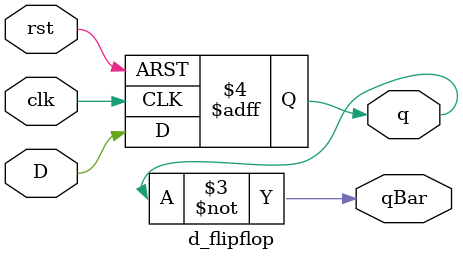
<source format=v>
/*
Author: Lab-provided code
Title: D flip-flop
Summary: Behavioral model of a d flip-flop
*/

module d_flipflop(q, qBar, D, clk, rst);
   input D, clk, rst; // DFF input, clock, reset
   output q, qBar; // DFF output, DFF negated output
   reg q;

   not n1 (qBar, q); // negate q

   // flip-flop storage logic
   always@ (negedge rst or posedge clk)
   begin
      if(!rst)
         q = 0;
      else
         q = D;
   end
endmodule 
</source>
